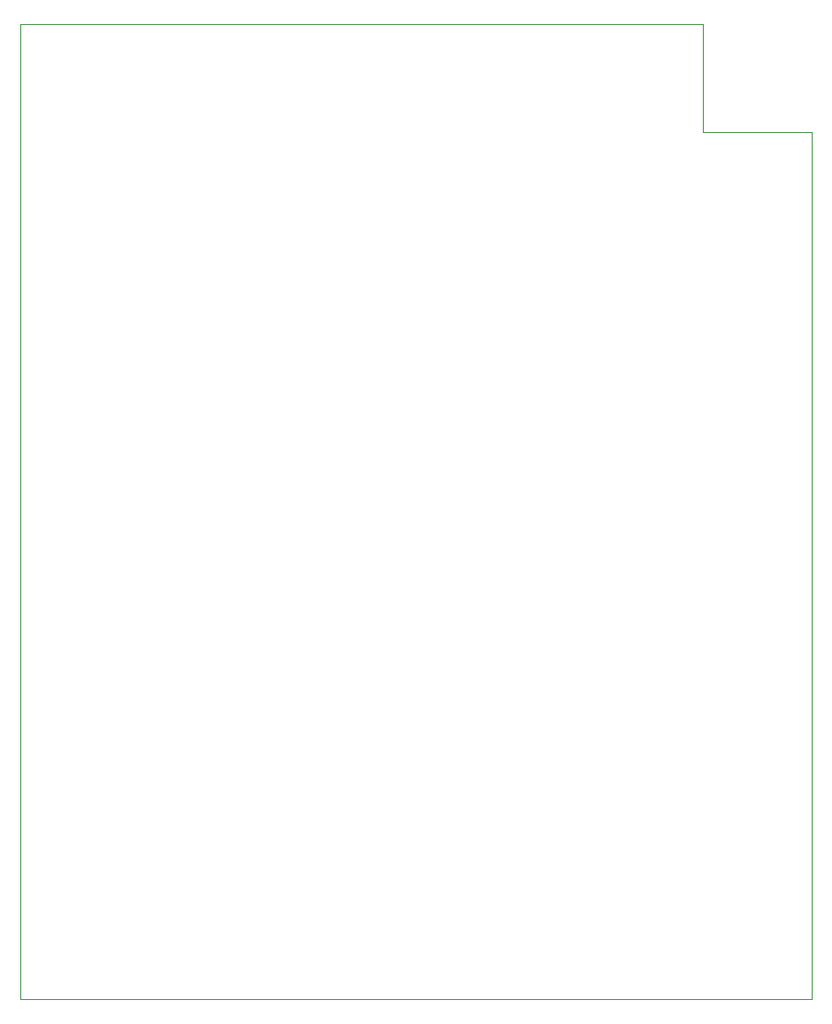
<source format=gbr>
%TF.GenerationSoftware,KiCad,Pcbnew,7.0.5*%
%TF.CreationDate,2023-09-20T09:45:38-07:00*%
%TF.ProjectId,EV9 Board Design,45563920-426f-4617-9264-204465736967,EV8*%
%TF.SameCoordinates,Original*%
%TF.FileFunction,Profile,NP*%
%FSLAX46Y46*%
G04 Gerber Fmt 4.6, Leading zero omitted, Abs format (unit mm)*
G04 Created by KiCad (PCBNEW 7.0.5) date 2023-09-20 09:45:38*
%MOMM*%
%LPD*%
G01*
G04 APERTURE LIST*
%TA.AperFunction,Profile*%
%ADD10C,0.050000*%
%TD*%
G04 APERTURE END LIST*
D10*
X176687500Y-65885000D02*
X186687500Y-65885000D01*
X186687500Y-145435000D01*
X113987500Y-145435000D01*
X113987500Y-56025000D01*
X176687500Y-56025000D01*
X176687500Y-65885000D01*
M02*

</source>
